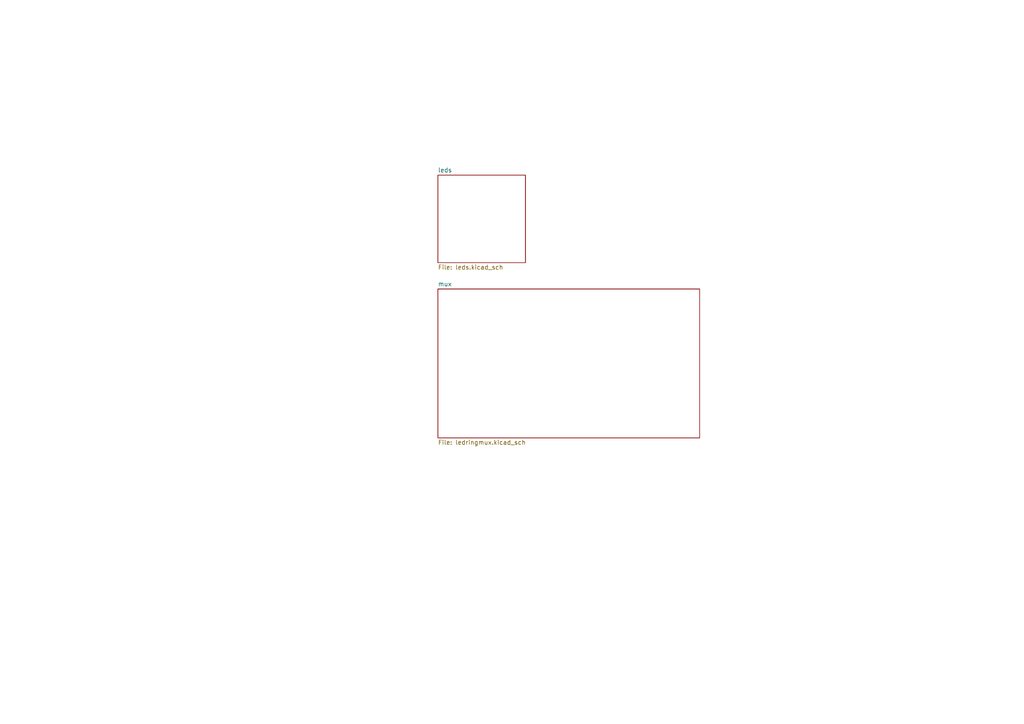
<source format=kicad_sch>
(kicad_sch
	(version 20231120)
	(generator "eeschema")
	(generator_version "8.0")
	(uuid "ecfbc401-6658-4725-b9d4-9cec027f6e73")
	(paper "A4")
	(lib_symbols)
	(sheet
		(at 127 50.8)
		(size 25.4 25.4)
		(fields_autoplaced yes)
		(stroke
			(width 0.1524)
			(type solid)
		)
		(fill
			(color 0 0 0 0.0000)
		)
		(uuid "4b5b3d0c-e9d6-468d-9491-c6676e24121a")
		(property "Sheetname" "leds"
			(at 127 50.0884 0)
			(effects
				(font
					(size 1.27 1.27)
				)
				(justify left bottom)
			)
		)
		(property "Sheetfile" "leds.kicad_sch"
			(at 127 76.7846 0)
			(effects
				(font
					(size 1.27 1.27)
				)
				(justify left top)
			)
		)
		(instances
			(project "2025l1"
				(path "/42f1a342-2581-49f6-a220-6ea8add89dfb/c64c4b1b-d73d-4041-97d2-d557e1412053"
					(page "8")
				)
			)
		)
	)
	(sheet
		(at 127 83.82)
		(size 75.946 43.18)
		(fields_autoplaced yes)
		(stroke
			(width 0.1524)
			(type solid)
		)
		(fill
			(color 0 0 0 0.0000)
		)
		(uuid "72c0b584-8d1c-4455-a8d9-7f89f61042d9")
		(property "Sheetname" "mux"
			(at 127 83.1084 0)
			(effects
				(font
					(size 1.27 1.27)
				)
				(justify left bottom)
			)
		)
		(property "Sheetfile" "ledringmux.kicad_sch"
			(at 127 127.5846 0)
			(effects
				(font
					(size 1.27 1.27)
				)
				(justify left top)
			)
		)
		(instances
			(project "2025l1"
				(path "/42f1a342-2581-49f6-a220-6ea8add89dfb/c64c4b1b-d73d-4041-97d2-d557e1412053"
					(page "9")
				)
			)
		)
	)
)
</source>
